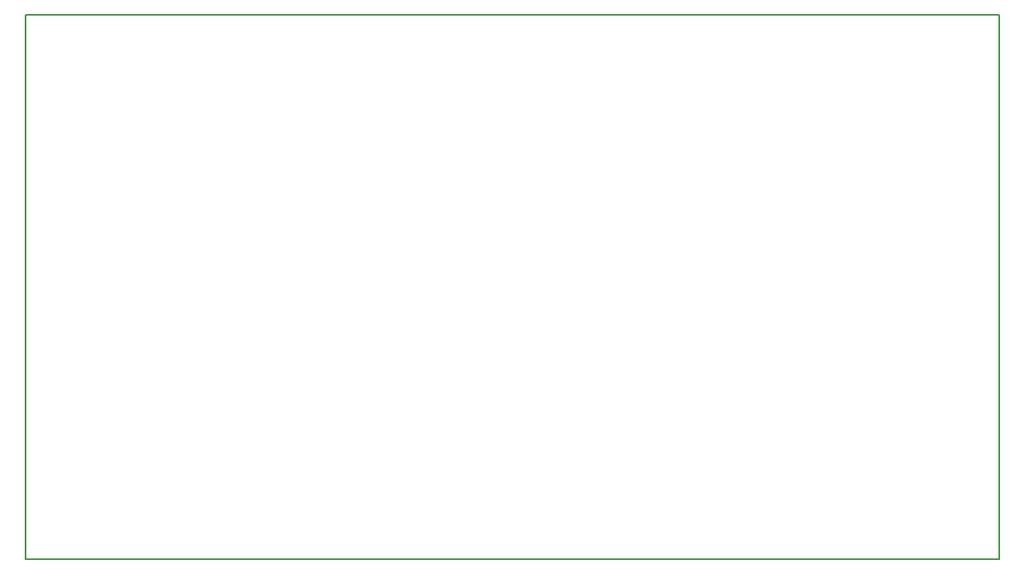
<source format=gbr>
G04 #@! TF.GenerationSoftware,KiCad,Pcbnew,5.1.7-a382d34a8~88~ubuntu18.04.1*
G04 #@! TF.CreationDate,2021-07-04T11:50:14-04:00*
G04 #@! TF.ProjectId,SmallKat v2,536d616c-6c4b-4617-9420-76322e6b6963,rev?*
G04 #@! TF.SameCoordinates,Original*
G04 #@! TF.FileFunction,Profile,NP*
%FSLAX46Y46*%
G04 Gerber Fmt 4.6, Leading zero omitted, Abs format (unit mm)*
G04 Created by KiCad (PCBNEW 5.1.7-a382d34a8~88~ubuntu18.04.1) date 2021-07-04 11:50:14*
%MOMM*%
%LPD*%
G01*
G04 APERTURE LIST*
G04 #@! TA.AperFunction,Profile*
%ADD10C,0.200000*%
G04 #@! TD*
G04 APERTURE END LIST*
D10*
X68150000Y-81800000D02*
X168150000Y-81800000D01*
X68150000Y-137800000D02*
X68150000Y-81800000D01*
X168150000Y-137800000D02*
X168150000Y-81800000D01*
X168150000Y-137800000D02*
X68150000Y-137800000D01*
M02*

</source>
